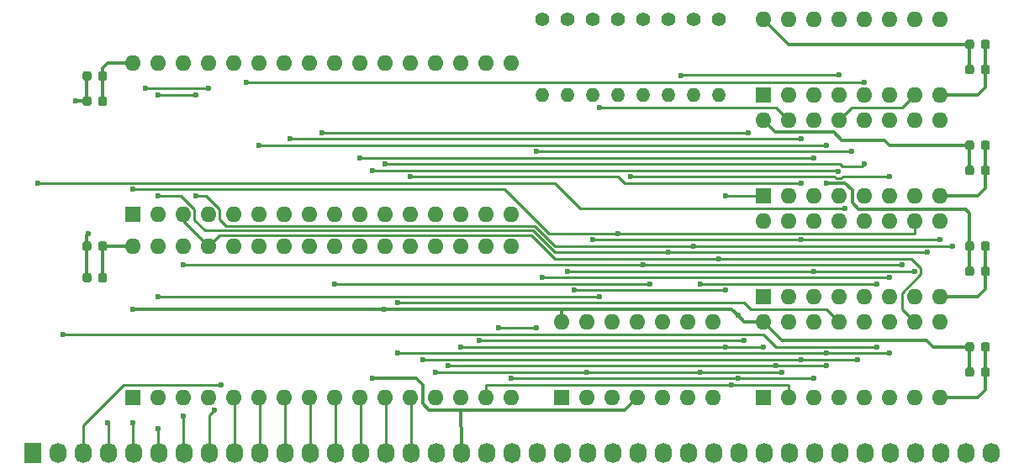
<source format=gtl>
G04 #@! TF.GenerationSoftware,KiCad,Pcbnew,(5.1.6)-1*
G04 #@! TF.CreationDate,2021-02-24T01:51:28-05:00*
G04 #@! TF.ProjectId,512x512,35313278-3531-4322-9e6b-696361645f70,rev?*
G04 #@! TF.SameCoordinates,Original*
G04 #@! TF.FileFunction,Copper,L1,Top*
G04 #@! TF.FilePolarity,Positive*
%FSLAX46Y46*%
G04 Gerber Fmt 4.6, Leading zero omitted, Abs format (unit mm)*
G04 Created by KiCad (PCBNEW (5.1.6)-1) date 2021-02-24 01:51:28*
%MOMM*%
%LPD*%
G01*
G04 APERTURE LIST*
G04 #@! TA.AperFunction,ComponentPad*
%ADD10O,1.600000X1.600000*%
G04 #@! TD*
G04 #@! TA.AperFunction,ComponentPad*
%ADD11R,1.600000X1.600000*%
G04 #@! TD*
G04 #@! TA.AperFunction,ComponentPad*
%ADD12R,1.727200X2.032000*%
G04 #@! TD*
G04 #@! TA.AperFunction,ComponentPad*
%ADD13O,1.727200X2.032000*%
G04 #@! TD*
G04 #@! TA.AperFunction,ComponentPad*
%ADD14O,1.400000X1.400000*%
G04 #@! TD*
G04 #@! TA.AperFunction,ComponentPad*
%ADD15C,1.400000*%
G04 #@! TD*
G04 #@! TA.AperFunction,ViaPad*
%ADD16C,0.600000*%
G04 #@! TD*
G04 #@! TA.AperFunction,Conductor*
%ADD17C,0.350000*%
G04 #@! TD*
G04 #@! TA.AperFunction,Conductor*
%ADD18C,0.250000*%
G04 #@! TD*
G04 APERTURE END LIST*
D10*
X229235000Y-107950000D03*
X247015000Y-115570000D03*
X231775000Y-107950000D03*
X244475000Y-115570000D03*
X234315000Y-107950000D03*
X241935000Y-115570000D03*
X236855000Y-107950000D03*
X239395000Y-115570000D03*
X239395000Y-107950000D03*
X236855000Y-115570000D03*
X241935000Y-107950000D03*
X234315000Y-115570000D03*
X244475000Y-107950000D03*
X231775000Y-115570000D03*
X247015000Y-107950000D03*
D11*
X229235000Y-115570000D03*
X229235000Y-125730000D03*
D10*
X247015000Y-118110000D03*
X231775000Y-125730000D03*
X244475000Y-118110000D03*
X234315000Y-125730000D03*
X241935000Y-118110000D03*
X236855000Y-125730000D03*
X239395000Y-118110000D03*
X239395000Y-125730000D03*
X236855000Y-118110000D03*
X241935000Y-125730000D03*
X234315000Y-118110000D03*
X244475000Y-125730000D03*
X231775000Y-118110000D03*
X247015000Y-125730000D03*
X229235000Y-118110000D03*
D11*
X229235000Y-135890000D03*
D10*
X247015000Y-128270000D03*
X231775000Y-135890000D03*
X244475000Y-128270000D03*
X234315000Y-135890000D03*
X241935000Y-128270000D03*
X236855000Y-135890000D03*
X239395000Y-128270000D03*
X239395000Y-135890000D03*
X236855000Y-128270000D03*
X241935000Y-135890000D03*
X234315000Y-128270000D03*
X244475000Y-135890000D03*
X231775000Y-128270000D03*
X247015000Y-135890000D03*
X229235000Y-128270000D03*
D12*
X155702000Y-151612600D03*
D13*
X158242000Y-151612600D03*
X160782000Y-151612600D03*
X163322000Y-151612600D03*
X165862000Y-151612600D03*
X168402000Y-151612600D03*
X170942000Y-151612600D03*
X173482000Y-151612600D03*
X176022000Y-151612600D03*
X178562000Y-151612600D03*
X181102000Y-151612600D03*
X183642000Y-151612600D03*
X186182000Y-151612600D03*
X188722000Y-151612600D03*
X191262000Y-151612600D03*
X193802000Y-151612600D03*
X196342000Y-151612600D03*
X198882000Y-151612600D03*
X201422000Y-151612600D03*
X203962000Y-151612600D03*
X206502000Y-151612600D03*
X209042000Y-151612600D03*
X211582000Y-151612600D03*
X214122000Y-151612600D03*
X216662000Y-151612600D03*
X219202000Y-151612600D03*
X221742000Y-151612600D03*
X224282000Y-151612600D03*
X226822000Y-151612600D03*
X229362000Y-151612600D03*
X231902000Y-151612600D03*
X234442000Y-151612600D03*
X236982000Y-151612600D03*
X239522000Y-151612600D03*
X242062000Y-151612600D03*
X244602000Y-151612600D03*
X247142000Y-151612600D03*
X249682000Y-151612600D03*
X252222000Y-151612600D03*
D14*
X224790000Y-115570000D03*
D15*
X224790000Y-107950000D03*
X222250000Y-107950000D03*
D14*
X222250000Y-115570000D03*
X219710000Y-115570000D03*
D15*
X219710000Y-107950000D03*
X217170000Y-107950000D03*
D14*
X217170000Y-115570000D03*
X214630000Y-115570000D03*
D15*
X214630000Y-107950000D03*
X212090000Y-107950000D03*
D14*
X212090000Y-115570000D03*
X209550000Y-115570000D03*
D15*
X209550000Y-107950000D03*
X207010000Y-107950000D03*
D14*
X207010000Y-115570000D03*
D11*
X165735000Y-146050000D03*
D10*
X203835000Y-130810000D03*
X168275000Y-146050000D03*
X201295000Y-130810000D03*
X170815000Y-146050000D03*
X198755000Y-130810000D03*
X173355000Y-146050000D03*
X196215000Y-130810000D03*
X175895000Y-146050000D03*
X193675000Y-130810000D03*
X178435000Y-146050000D03*
X191135000Y-130810000D03*
X180975000Y-146050000D03*
X188595000Y-130810000D03*
X183515000Y-146050000D03*
X186055000Y-130810000D03*
X186055000Y-146050000D03*
X183515000Y-130810000D03*
X188595000Y-146050000D03*
X180975000Y-130810000D03*
X191135000Y-146050000D03*
X178435000Y-130810000D03*
X193675000Y-146050000D03*
X175895000Y-130810000D03*
X196215000Y-146050000D03*
X173355000Y-130810000D03*
X198755000Y-146050000D03*
X170815000Y-130810000D03*
X201295000Y-146050000D03*
X168275000Y-130810000D03*
X203835000Y-146050000D03*
X165735000Y-130810000D03*
X165735000Y-112395000D03*
X203835000Y-127635000D03*
X168275000Y-112395000D03*
X201295000Y-127635000D03*
X170815000Y-112395000D03*
X198755000Y-127635000D03*
X173355000Y-112395000D03*
X196215000Y-127635000D03*
X175895000Y-112395000D03*
X193675000Y-127635000D03*
X178435000Y-112395000D03*
X191135000Y-127635000D03*
X180975000Y-112395000D03*
X188595000Y-127635000D03*
X183515000Y-112395000D03*
X186055000Y-127635000D03*
X186055000Y-112395000D03*
X183515000Y-127635000D03*
X188595000Y-112395000D03*
X180975000Y-127635000D03*
X191135000Y-112395000D03*
X178435000Y-127635000D03*
X193675000Y-112395000D03*
X175895000Y-127635000D03*
X196215000Y-112395000D03*
X173355000Y-127635000D03*
X198755000Y-112395000D03*
X170815000Y-127635000D03*
X201295000Y-112395000D03*
X168275000Y-127635000D03*
X203835000Y-112395000D03*
D11*
X165735000Y-127635000D03*
D10*
X229235000Y-138430000D03*
X247015000Y-146050000D03*
X231775000Y-138430000D03*
X244475000Y-146050000D03*
X234315000Y-138430000D03*
X241935000Y-146050000D03*
X236855000Y-138430000D03*
X239395000Y-146050000D03*
X239395000Y-138430000D03*
X236855000Y-146050000D03*
X241935000Y-138430000D03*
X234315000Y-146050000D03*
X244475000Y-138430000D03*
X231775000Y-146050000D03*
X247015000Y-138430000D03*
D11*
X229235000Y-146050000D03*
X208915000Y-146050000D03*
D10*
X224155000Y-138430000D03*
X211455000Y-146050000D03*
X221615000Y-138430000D03*
X213995000Y-146050000D03*
X219075000Y-138430000D03*
X216535000Y-146050000D03*
X216535000Y-138430000D03*
X219075000Y-146050000D03*
X213995000Y-138430000D03*
X221615000Y-146050000D03*
X211455000Y-138430000D03*
X224155000Y-146050000D03*
X208915000Y-138430000D03*
G04 #@! TA.AperFunction,SMDPad,CuDef*
G36*
G01*
X161575000Y-130553750D02*
X161575000Y-131066250D01*
G75*
G02*
X161356250Y-131285000I-218750J0D01*
G01*
X160918750Y-131285000D01*
G75*
G02*
X160700000Y-131066250I0J218750D01*
G01*
X160700000Y-130553750D01*
G75*
G02*
X160918750Y-130335000I218750J0D01*
G01*
X161356250Y-130335000D01*
G75*
G02*
X161575000Y-130553750I0J-218750D01*
G01*
G37*
G04 #@! TD.AperFunction*
G04 #@! TA.AperFunction,SMDPad,CuDef*
G36*
G01*
X163150000Y-130553750D02*
X163150000Y-131066250D01*
G75*
G02*
X162931250Y-131285000I-218750J0D01*
G01*
X162493750Y-131285000D01*
G75*
G02*
X162275000Y-131066250I0J218750D01*
G01*
X162275000Y-130553750D01*
G75*
G02*
X162493750Y-130335000I218750J0D01*
G01*
X162931250Y-130335000D01*
G75*
G02*
X163150000Y-130553750I0J-218750D01*
G01*
G37*
G04 #@! TD.AperFunction*
G04 #@! TA.AperFunction,SMDPad,CuDef*
G36*
G01*
X163150000Y-133728750D02*
X163150000Y-134241250D01*
G75*
G02*
X162931250Y-134460000I-218750J0D01*
G01*
X162493750Y-134460000D01*
G75*
G02*
X162275000Y-134241250I0J218750D01*
G01*
X162275000Y-133728750D01*
G75*
G02*
X162493750Y-133510000I218750J0D01*
G01*
X162931250Y-133510000D01*
G75*
G02*
X163150000Y-133728750I0J-218750D01*
G01*
G37*
G04 #@! TD.AperFunction*
G04 #@! TA.AperFunction,SMDPad,CuDef*
G36*
G01*
X161575000Y-133728750D02*
X161575000Y-134241250D01*
G75*
G02*
X161356250Y-134460000I-218750J0D01*
G01*
X160918750Y-134460000D01*
G75*
G02*
X160700000Y-134241250I0J218750D01*
G01*
X160700000Y-133728750D01*
G75*
G02*
X160918750Y-133510000I218750J0D01*
G01*
X161356250Y-133510000D01*
G75*
G02*
X161575000Y-133728750I0J-218750D01*
G01*
G37*
G04 #@! TD.AperFunction*
G04 #@! TA.AperFunction,SMDPad,CuDef*
G36*
G01*
X161575000Y-113408750D02*
X161575000Y-113921250D01*
G75*
G02*
X161356250Y-114140000I-218750J0D01*
G01*
X160918750Y-114140000D01*
G75*
G02*
X160700000Y-113921250I0J218750D01*
G01*
X160700000Y-113408750D01*
G75*
G02*
X160918750Y-113190000I218750J0D01*
G01*
X161356250Y-113190000D01*
G75*
G02*
X161575000Y-113408750I0J-218750D01*
G01*
G37*
G04 #@! TD.AperFunction*
G04 #@! TA.AperFunction,SMDPad,CuDef*
G36*
G01*
X163150000Y-113408750D02*
X163150000Y-113921250D01*
G75*
G02*
X162931250Y-114140000I-218750J0D01*
G01*
X162493750Y-114140000D01*
G75*
G02*
X162275000Y-113921250I0J218750D01*
G01*
X162275000Y-113408750D01*
G75*
G02*
X162493750Y-113190000I218750J0D01*
G01*
X162931250Y-113190000D01*
G75*
G02*
X163150000Y-113408750I0J-218750D01*
G01*
G37*
G04 #@! TD.AperFunction*
G04 #@! TA.AperFunction,SMDPad,CuDef*
G36*
G01*
X163150000Y-115948750D02*
X163150000Y-116461250D01*
G75*
G02*
X162931250Y-116680000I-218750J0D01*
G01*
X162493750Y-116680000D01*
G75*
G02*
X162275000Y-116461250I0J218750D01*
G01*
X162275000Y-115948750D01*
G75*
G02*
X162493750Y-115730000I218750J0D01*
G01*
X162931250Y-115730000D01*
G75*
G02*
X163150000Y-115948750I0J-218750D01*
G01*
G37*
G04 #@! TD.AperFunction*
G04 #@! TA.AperFunction,SMDPad,CuDef*
G36*
G01*
X161575000Y-115948750D02*
X161575000Y-116461250D01*
G75*
G02*
X161356250Y-116680000I-218750J0D01*
G01*
X160918750Y-116680000D01*
G75*
G02*
X160700000Y-116461250I0J218750D01*
G01*
X160700000Y-115948750D01*
G75*
G02*
X160918750Y-115730000I218750J0D01*
G01*
X161356250Y-115730000D01*
G75*
G02*
X161575000Y-115948750I0J-218750D01*
G01*
G37*
G04 #@! TD.AperFunction*
G04 #@! TA.AperFunction,SMDPad,CuDef*
G36*
G01*
X251175000Y-141226250D02*
X251175000Y-140713750D01*
G75*
G02*
X251393750Y-140495000I218750J0D01*
G01*
X251831250Y-140495000D01*
G75*
G02*
X252050000Y-140713750I0J-218750D01*
G01*
X252050000Y-141226250D01*
G75*
G02*
X251831250Y-141445000I-218750J0D01*
G01*
X251393750Y-141445000D01*
G75*
G02*
X251175000Y-141226250I0J218750D01*
G01*
G37*
G04 #@! TD.AperFunction*
G04 #@! TA.AperFunction,SMDPad,CuDef*
G36*
G01*
X249600000Y-141226250D02*
X249600000Y-140713750D01*
G75*
G02*
X249818750Y-140495000I218750J0D01*
G01*
X250256250Y-140495000D01*
G75*
G02*
X250475000Y-140713750I0J-218750D01*
G01*
X250475000Y-141226250D01*
G75*
G02*
X250256250Y-141445000I-218750J0D01*
G01*
X249818750Y-141445000D01*
G75*
G02*
X249600000Y-141226250I0J218750D01*
G01*
G37*
G04 #@! TD.AperFunction*
G04 #@! TA.AperFunction,SMDPad,CuDef*
G36*
G01*
X249600000Y-143766250D02*
X249600000Y-143253750D01*
G75*
G02*
X249818750Y-143035000I218750J0D01*
G01*
X250256250Y-143035000D01*
G75*
G02*
X250475000Y-143253750I0J-218750D01*
G01*
X250475000Y-143766250D01*
G75*
G02*
X250256250Y-143985000I-218750J0D01*
G01*
X249818750Y-143985000D01*
G75*
G02*
X249600000Y-143766250I0J218750D01*
G01*
G37*
G04 #@! TD.AperFunction*
G04 #@! TA.AperFunction,SMDPad,CuDef*
G36*
G01*
X251175000Y-143766250D02*
X251175000Y-143253750D01*
G75*
G02*
X251393750Y-143035000I218750J0D01*
G01*
X251831250Y-143035000D01*
G75*
G02*
X252050000Y-143253750I0J-218750D01*
G01*
X252050000Y-143766250D01*
G75*
G02*
X251831250Y-143985000I-218750J0D01*
G01*
X251393750Y-143985000D01*
G75*
G02*
X251175000Y-143766250I0J218750D01*
G01*
G37*
G04 #@! TD.AperFunction*
G04 #@! TA.AperFunction,SMDPad,CuDef*
G36*
G01*
X251175000Y-131066250D02*
X251175000Y-130553750D01*
G75*
G02*
X251393750Y-130335000I218750J0D01*
G01*
X251831250Y-130335000D01*
G75*
G02*
X252050000Y-130553750I0J-218750D01*
G01*
X252050000Y-131066250D01*
G75*
G02*
X251831250Y-131285000I-218750J0D01*
G01*
X251393750Y-131285000D01*
G75*
G02*
X251175000Y-131066250I0J218750D01*
G01*
G37*
G04 #@! TD.AperFunction*
G04 #@! TA.AperFunction,SMDPad,CuDef*
G36*
G01*
X249600000Y-131066250D02*
X249600000Y-130553750D01*
G75*
G02*
X249818750Y-130335000I218750J0D01*
G01*
X250256250Y-130335000D01*
G75*
G02*
X250475000Y-130553750I0J-218750D01*
G01*
X250475000Y-131066250D01*
G75*
G02*
X250256250Y-131285000I-218750J0D01*
G01*
X249818750Y-131285000D01*
G75*
G02*
X249600000Y-131066250I0J218750D01*
G01*
G37*
G04 #@! TD.AperFunction*
G04 #@! TA.AperFunction,SMDPad,CuDef*
G36*
G01*
X249600000Y-133606250D02*
X249600000Y-133093750D01*
G75*
G02*
X249818750Y-132875000I218750J0D01*
G01*
X250256250Y-132875000D01*
G75*
G02*
X250475000Y-133093750I0J-218750D01*
G01*
X250475000Y-133606250D01*
G75*
G02*
X250256250Y-133825000I-218750J0D01*
G01*
X249818750Y-133825000D01*
G75*
G02*
X249600000Y-133606250I0J218750D01*
G01*
G37*
G04 #@! TD.AperFunction*
G04 #@! TA.AperFunction,SMDPad,CuDef*
G36*
G01*
X251175000Y-133606250D02*
X251175000Y-133093750D01*
G75*
G02*
X251393750Y-132875000I218750J0D01*
G01*
X251831250Y-132875000D01*
G75*
G02*
X252050000Y-133093750I0J-218750D01*
G01*
X252050000Y-133606250D01*
G75*
G02*
X251831250Y-133825000I-218750J0D01*
G01*
X251393750Y-133825000D01*
G75*
G02*
X251175000Y-133606250I0J218750D01*
G01*
G37*
G04 #@! TD.AperFunction*
G04 #@! TA.AperFunction,SMDPad,CuDef*
G36*
G01*
X251175000Y-120906250D02*
X251175000Y-120393750D01*
G75*
G02*
X251393750Y-120175000I218750J0D01*
G01*
X251831250Y-120175000D01*
G75*
G02*
X252050000Y-120393750I0J-218750D01*
G01*
X252050000Y-120906250D01*
G75*
G02*
X251831250Y-121125000I-218750J0D01*
G01*
X251393750Y-121125000D01*
G75*
G02*
X251175000Y-120906250I0J218750D01*
G01*
G37*
G04 #@! TD.AperFunction*
G04 #@! TA.AperFunction,SMDPad,CuDef*
G36*
G01*
X249600000Y-120906250D02*
X249600000Y-120393750D01*
G75*
G02*
X249818750Y-120175000I218750J0D01*
G01*
X250256250Y-120175000D01*
G75*
G02*
X250475000Y-120393750I0J-218750D01*
G01*
X250475000Y-120906250D01*
G75*
G02*
X250256250Y-121125000I-218750J0D01*
G01*
X249818750Y-121125000D01*
G75*
G02*
X249600000Y-120906250I0J218750D01*
G01*
G37*
G04 #@! TD.AperFunction*
G04 #@! TA.AperFunction,SMDPad,CuDef*
G36*
G01*
X249600000Y-123446250D02*
X249600000Y-122933750D01*
G75*
G02*
X249818750Y-122715000I218750J0D01*
G01*
X250256250Y-122715000D01*
G75*
G02*
X250475000Y-122933750I0J-218750D01*
G01*
X250475000Y-123446250D01*
G75*
G02*
X250256250Y-123665000I-218750J0D01*
G01*
X249818750Y-123665000D01*
G75*
G02*
X249600000Y-123446250I0J218750D01*
G01*
G37*
G04 #@! TD.AperFunction*
G04 #@! TA.AperFunction,SMDPad,CuDef*
G36*
G01*
X251175000Y-123446250D02*
X251175000Y-122933750D01*
G75*
G02*
X251393750Y-122715000I218750J0D01*
G01*
X251831250Y-122715000D01*
G75*
G02*
X252050000Y-122933750I0J-218750D01*
G01*
X252050000Y-123446250D01*
G75*
G02*
X251831250Y-123665000I-218750J0D01*
G01*
X251393750Y-123665000D01*
G75*
G02*
X251175000Y-123446250I0J218750D01*
G01*
G37*
G04 #@! TD.AperFunction*
G04 #@! TA.AperFunction,SMDPad,CuDef*
G36*
G01*
X251175000Y-110746250D02*
X251175000Y-110233750D01*
G75*
G02*
X251393750Y-110015000I218750J0D01*
G01*
X251831250Y-110015000D01*
G75*
G02*
X252050000Y-110233750I0J-218750D01*
G01*
X252050000Y-110746250D01*
G75*
G02*
X251831250Y-110965000I-218750J0D01*
G01*
X251393750Y-110965000D01*
G75*
G02*
X251175000Y-110746250I0J218750D01*
G01*
G37*
G04 #@! TD.AperFunction*
G04 #@! TA.AperFunction,SMDPad,CuDef*
G36*
G01*
X249600000Y-110746250D02*
X249600000Y-110233750D01*
G75*
G02*
X249818750Y-110015000I218750J0D01*
G01*
X250256250Y-110015000D01*
G75*
G02*
X250475000Y-110233750I0J-218750D01*
G01*
X250475000Y-110746250D01*
G75*
G02*
X250256250Y-110965000I-218750J0D01*
G01*
X249818750Y-110965000D01*
G75*
G02*
X249600000Y-110746250I0J218750D01*
G01*
G37*
G04 #@! TD.AperFunction*
G04 #@! TA.AperFunction,SMDPad,CuDef*
G36*
G01*
X249600000Y-113286250D02*
X249600000Y-112773750D01*
G75*
G02*
X249818750Y-112555000I218750J0D01*
G01*
X250256250Y-112555000D01*
G75*
G02*
X250475000Y-112773750I0J-218750D01*
G01*
X250475000Y-113286250D01*
G75*
G02*
X250256250Y-113505000I-218750J0D01*
G01*
X249818750Y-113505000D01*
G75*
G02*
X249600000Y-113286250I0J218750D01*
G01*
G37*
G04 #@! TD.AperFunction*
G04 #@! TA.AperFunction,SMDPad,CuDef*
G36*
G01*
X251175000Y-113286250D02*
X251175000Y-112773750D01*
G75*
G02*
X251393750Y-112555000I218750J0D01*
G01*
X251831250Y-112555000D01*
G75*
G02*
X252050000Y-112773750I0J-218750D01*
G01*
X252050000Y-113286250D01*
G75*
G02*
X251831250Y-113505000I-218750J0D01*
G01*
X251393750Y-113505000D01*
G75*
G02*
X251175000Y-113286250I0J218750D01*
G01*
G37*
G04 #@! TD.AperFunction*
D16*
X161290000Y-129540000D03*
X160020000Y-116205000D03*
X226695000Y-137795000D03*
X165735000Y-137160000D03*
X189865000Y-144145000D03*
X191094999Y-137200001D03*
X235585000Y-124460000D03*
X237490000Y-127000000D03*
X156210000Y-124460000D03*
X158750000Y-139700000D03*
X240665000Y-140970004D03*
X174625000Y-144780000D03*
X163195000Y-148590000D03*
X165735000Y-148590000D03*
X168275000Y-149225000D03*
X170815000Y-147955000D03*
X173990000Y-147320000D03*
X177165000Y-114300000D03*
X239395000Y-114300000D03*
X178435000Y-120650000D03*
X235584998Y-120650000D03*
X181610000Y-120015000D03*
X233045000Y-120015000D03*
X184785000Y-119380000D03*
X227711000Y-119380000D03*
X234315000Y-121920000D03*
X188595000Y-121920000D03*
X192405000Y-136525000D03*
X233045000Y-124460000D03*
X193675000Y-123825000D03*
X206375000Y-121285000D03*
X206375000Y-139065000D03*
X202565000Y-139065000D03*
X238125000Y-121285000D03*
X225425000Y-125730000D03*
X210185000Y-135255000D03*
X225425000Y-135255000D03*
X167005000Y-114935000D03*
X173355000Y-114935000D03*
X212725000Y-116840000D03*
X212725000Y-135890006D03*
X168274994Y-135890000D03*
X217805000Y-134620000D03*
X186055004Y-134620004D03*
X220980000Y-113665000D03*
X236864998Y-113547998D03*
X211455000Y-143510000D03*
X196215000Y-143510000D03*
X231140000Y-143510000D03*
X222885000Y-143510000D03*
X229235000Y-140970000D03*
X198755000Y-140970000D03*
X225425000Y-140970000D03*
X226060000Y-144780000D03*
X203835000Y-144145000D03*
X234315000Y-144145000D03*
X226695000Y-144145000D03*
X227330000Y-140335000D03*
X200660000Y-140335000D03*
X230505000Y-142875000D03*
X235585000Y-142875000D03*
X197485000Y-142875000D03*
X238760000Y-142240000D03*
X233045000Y-142240000D03*
X194945000Y-142240000D03*
X241935000Y-141605000D03*
X235585000Y-141605000D03*
X192405000Y-141605000D03*
X224790000Y-132080000D03*
X172085000Y-115570000D03*
X168275000Y-115570000D03*
X248285000Y-130810000D03*
X172085000Y-125730000D03*
X222250000Y-130810000D03*
X245745000Y-131445000D03*
X168275000Y-125730000D03*
X219710000Y-131445000D03*
X243205000Y-132715000D03*
X170815000Y-132715000D03*
X217170000Y-132715000D03*
X165735000Y-125095000D03*
X214630000Y-129540000D03*
X247015000Y-130175000D03*
X212090000Y-130175000D03*
X233045000Y-130175000D03*
X244475000Y-133350000D03*
X209550000Y-133350000D03*
X234315000Y-133350000D03*
X241935000Y-133985000D03*
X207010000Y-133985000D03*
X189865000Y-123190000D03*
X236823851Y-123305534D03*
X239395000Y-122555000D03*
X191135000Y-122555000D03*
X240665000Y-134620000D03*
X222885000Y-134620000D03*
X241935000Y-123825000D03*
X215900000Y-123825000D03*
D17*
X251612500Y-140970000D02*
X251612500Y-143510000D01*
X251612500Y-143510000D02*
X251612500Y-145262500D01*
X250825000Y-146050000D02*
X247015000Y-146050000D01*
X251612500Y-145262500D02*
X250825000Y-146050000D01*
X251612500Y-130810000D02*
X251612500Y-133350000D01*
X251612500Y-133350000D02*
X251612500Y-135102500D01*
X250825000Y-135890000D02*
X247015000Y-135890000D01*
X251612500Y-135102500D02*
X250825000Y-135890000D01*
X251612500Y-120650000D02*
X251612500Y-123190000D01*
X251612500Y-123190000D02*
X251612500Y-124942500D01*
X250825000Y-125730000D02*
X247015000Y-125730000D01*
X251612500Y-124942500D02*
X250825000Y-125730000D01*
X251612500Y-110490000D02*
X251612500Y-113030000D01*
X251612500Y-113030000D02*
X251612500Y-114782500D01*
X250825000Y-115570000D02*
X247015000Y-115570000D01*
X251612500Y-114782500D02*
X250825000Y-115570000D01*
X161137500Y-133985000D02*
X161137500Y-130810000D01*
X161137500Y-130810000D02*
X161137500Y-129692500D01*
X161137500Y-129692500D02*
X161290000Y-129540000D01*
X161137500Y-113665000D02*
X161137500Y-116205000D01*
X161137500Y-116205000D02*
X160020000Y-116205000D01*
X198882000Y-151612600D02*
X198882000Y-149072600D01*
X216535000Y-146050000D02*
X215265000Y-147320000D01*
X215265000Y-147320000D02*
X198755000Y-147320000D01*
X198755000Y-148945600D02*
X198882000Y-149072600D01*
X198755000Y-147320000D02*
X198755000Y-148945600D01*
X229235000Y-138430000D02*
X227330000Y-138430000D01*
X227330000Y-138430000D02*
X226695000Y-137795000D01*
X226695000Y-137795000D02*
X226060000Y-137160000D01*
X226060000Y-137160000D02*
X208915000Y-137160000D01*
X208915000Y-137160000D02*
X208915000Y-138430000D01*
X165775001Y-137200001D02*
X165735000Y-137160000D01*
X208915000Y-137160000D02*
X208874999Y-137200001D01*
X198755000Y-147320000D02*
X195580000Y-147320000D01*
X195580000Y-147320000D02*
X194945000Y-146685000D01*
X194945000Y-146685000D02*
X194945000Y-145580998D01*
X194945000Y-145580998D02*
X194945000Y-144780000D01*
X194945000Y-144780000D02*
X194310000Y-144145000D01*
X194310000Y-144145000D02*
X189865000Y-144145000D01*
X208874999Y-137200001D02*
X191094999Y-137200001D01*
X191094999Y-137200001D02*
X165775001Y-137200001D01*
X250037500Y-143510000D02*
X250037500Y-140970000D01*
X246380000Y-140970000D02*
X250037500Y-140970000D01*
X231140000Y-140335000D02*
X235585000Y-140335000D01*
X229235000Y-138430000D02*
X231140000Y-140335000D01*
X235585000Y-140335000D02*
X235624997Y-140295003D01*
X235624997Y-140295003D02*
X245705003Y-140295003D01*
X245705003Y-140295003D02*
X246380000Y-140970000D01*
X235585000Y-124460000D02*
X237490000Y-124460000D01*
X238219999Y-125189999D02*
X238219999Y-126459999D01*
X237490000Y-124460000D02*
X238219999Y-125189999D01*
X238854999Y-127094999D02*
X249649999Y-127094999D01*
X238219999Y-126459999D02*
X238854999Y-127094999D01*
X250037500Y-127482500D02*
X250037500Y-130810000D01*
X249649999Y-127094999D02*
X250037500Y-127482500D01*
X250037500Y-130810000D02*
X250037500Y-133350000D01*
X250037500Y-120650000D02*
X250037500Y-123190000D01*
X237155990Y-120149992D02*
X241434992Y-120149992D01*
X241935000Y-120650000D02*
X250037500Y-120650000D01*
X241434992Y-120149992D02*
X241935000Y-120650000D01*
X250037500Y-113030000D02*
X250037500Y-110490000D01*
X231775000Y-110490000D02*
X229235000Y-107950000D01*
X250037500Y-110490000D02*
X231775000Y-110490000D01*
X165735000Y-130810000D02*
X162712500Y-130810000D01*
X162712500Y-130810000D02*
X162712500Y-133985000D01*
X162712500Y-116205000D02*
X162712500Y-113665000D01*
X162712500Y-112877500D02*
X162712500Y-113665000D01*
X163195000Y-112395000D02*
X162712500Y-112877500D01*
X165735000Y-112395000D02*
X163195000Y-112395000D01*
X230464999Y-119339999D02*
X229235000Y-118110000D01*
X236345997Y-119339999D02*
X230464999Y-119339999D01*
X237155990Y-120149992D02*
X236345997Y-119339999D01*
D18*
X237490000Y-127000000D02*
X210820000Y-127000000D01*
X210820000Y-127000000D02*
X208280000Y-124460000D01*
X208280000Y-124460000D02*
X156210000Y-124460000D01*
X230505004Y-140970004D02*
X240665000Y-140970004D01*
X158750000Y-139700000D02*
X229235000Y-139700000D01*
X229235000Y-139700000D02*
X230505004Y-140970004D01*
X160782000Y-149733000D02*
X160782000Y-151612600D01*
X164819998Y-144780000D02*
X174625000Y-144780000D01*
X160782000Y-148817998D02*
X160782000Y-151612600D01*
X164819998Y-144780000D02*
X160782000Y-148817998D01*
X163322000Y-148717000D02*
X163322000Y-151612600D01*
X163195000Y-148590000D02*
X163322000Y-148717000D01*
X165862000Y-151612600D02*
X165735000Y-151485600D01*
X165735000Y-151485600D02*
X165735000Y-148590000D01*
X168275000Y-151485600D02*
X168275000Y-149225000D01*
X168402000Y-151612600D02*
X168275000Y-151485600D01*
X170815000Y-151485600D02*
X170815000Y-147955000D01*
X170942000Y-151612600D02*
X170815000Y-151485600D01*
X173355000Y-151485600D02*
X173482000Y-151612600D01*
X173482000Y-147828000D02*
X173990000Y-147320000D01*
X173482000Y-151612600D02*
X173482000Y-147828000D01*
X176022000Y-146177000D02*
X175895000Y-146050000D01*
X176022000Y-151612600D02*
X176022000Y-146177000D01*
X177165000Y-114300000D02*
X239395000Y-114300000D01*
X178562000Y-146177000D02*
X178435000Y-146050000D01*
X178562000Y-151612600D02*
X178562000Y-146177000D01*
X178435000Y-120650000D02*
X235584998Y-120650000D01*
X181102000Y-146177000D02*
X180975000Y-146050000D01*
X181102000Y-151612600D02*
X181102000Y-146177000D01*
X233045000Y-120015000D02*
X181610000Y-120015000D01*
X183642000Y-146177000D02*
X183515000Y-146050000D01*
X183642000Y-151612600D02*
X183642000Y-146177000D01*
X227711000Y-119380000D02*
X184785000Y-119380000D01*
X186182000Y-146177000D02*
X186055000Y-146050000D01*
X186182000Y-151612600D02*
X186182000Y-146177000D01*
X188722000Y-146177000D02*
X188595000Y-146050000D01*
X188722000Y-151612600D02*
X188722000Y-146177000D01*
X234315000Y-121920000D02*
X188595000Y-121920000D01*
X191262000Y-146177000D02*
X191135000Y-146050000D01*
X191262000Y-151612600D02*
X191262000Y-146177000D01*
X227965000Y-137160000D02*
X235585000Y-137160000D01*
X192405000Y-136525000D02*
X227330000Y-136525000D01*
X235585000Y-137160000D02*
X236855000Y-138430000D01*
X227330000Y-136525000D02*
X227965000Y-137160000D01*
X193802000Y-146177000D02*
X193675000Y-146050000D01*
X193802000Y-151612600D02*
X193802000Y-146177000D01*
X193675000Y-123825000D02*
X214630000Y-123825000D01*
X215265000Y-124460000D02*
X233045000Y-124460000D01*
X214630000Y-123825000D02*
X215265000Y-124460000D01*
X206375000Y-139065000D02*
X202565000Y-139065000D01*
X206375000Y-121285000D02*
X238125000Y-121285000D01*
X225425000Y-125730000D02*
X229235000Y-125730000D01*
X210185000Y-135255000D02*
X225425000Y-135255000D01*
X167005000Y-114935000D02*
X173355000Y-114935000D01*
X212725000Y-135890006D02*
X212724994Y-135890000D01*
X212724994Y-135890000D02*
X168274994Y-135890000D01*
X230505000Y-116840000D02*
X231775000Y-118110000D01*
X212725000Y-116840000D02*
X230505000Y-116840000D01*
X186055008Y-134620000D02*
X186055004Y-134620004D01*
X217805000Y-134620000D02*
X186055008Y-134620000D01*
X221097002Y-113547998D02*
X220980000Y-113665000D01*
X236864998Y-113547998D02*
X221097002Y-113547998D01*
X211455000Y-143510000D02*
X196215000Y-143510000D01*
X211455000Y-143510000D02*
X222885000Y-143510000D01*
X222885000Y-143510000D02*
X231140000Y-143510000D01*
X229235000Y-140970000D02*
X225425000Y-140970000D01*
X225425000Y-140970000D02*
X198755000Y-140970000D01*
X231775000Y-146050000D02*
X231775000Y-144780000D01*
X231775000Y-144780000D02*
X201295000Y-144780000D01*
X201295000Y-144780000D02*
X201295000Y-146050000D01*
X234315000Y-144145000D02*
X226695000Y-144145000D01*
X226695000Y-144145000D02*
X203835000Y-144145000D01*
X227330000Y-140335000D02*
X200660000Y-140335000D01*
X230505000Y-142875000D02*
X235585000Y-142875000D01*
X230505000Y-142875000D02*
X197485000Y-142875000D01*
X238760000Y-142240000D02*
X233045000Y-142240000D01*
X233045000Y-142240000D02*
X194945000Y-142240000D01*
X241935000Y-141605000D02*
X235585000Y-141605000D01*
X235585000Y-141605000D02*
X192405000Y-141605000D01*
X170815000Y-128270000D02*
X173355000Y-130810000D01*
X170815000Y-127635000D02*
X170815000Y-128270000D01*
X244475000Y-138430000D02*
X243205000Y-137160000D01*
X245100001Y-133650001D02*
X245100001Y-133049999D01*
X245100001Y-133049999D02*
X244130002Y-132080000D01*
X243205000Y-137160000D02*
X243205000Y-135545002D01*
X243205000Y-135545002D02*
X245100001Y-133650001D01*
X244130002Y-132080000D02*
X208280000Y-132080000D01*
X174480001Y-129684999D02*
X173355000Y-130810000D01*
X205884999Y-129684999D02*
X174480001Y-129684999D01*
X208280000Y-132080000D02*
X205884999Y-129684999D01*
X172085000Y-115570000D02*
X168275000Y-115570000D01*
X173115002Y-125730000D02*
X172085000Y-125730000D01*
X174480001Y-127094999D02*
X173115002Y-125730000D01*
X175139979Y-128784979D02*
X174480001Y-128125001D01*
X206257799Y-128784979D02*
X175139979Y-128784979D01*
X174480001Y-128125001D02*
X174480001Y-127094999D01*
X208282820Y-130810000D02*
X206257799Y-128784979D01*
X248285000Y-130810000D02*
X222250000Y-130810000D01*
X222250000Y-130810000D02*
X208282820Y-130810000D01*
X171940001Y-127094999D02*
X170575002Y-125730000D01*
X170575002Y-125730000D02*
X168275000Y-125730000D01*
X208281410Y-131445000D02*
X206071399Y-129234989D01*
X245745000Y-131445000D02*
X208281410Y-131445000D01*
X171940001Y-128175001D02*
X171940001Y-127094999D01*
X206071399Y-129234989D02*
X172999989Y-129234989D01*
X172999989Y-129234989D02*
X171940001Y-128175001D01*
X243205000Y-132715000D02*
X217170000Y-132715000D01*
X217170000Y-132715000D02*
X170815000Y-132715000D01*
X244475000Y-128270000D02*
X244475000Y-129540000D01*
X203204230Y-125095000D02*
X165735000Y-125095000D01*
X244475000Y-129540000D02*
X207649230Y-129540000D01*
X207649230Y-129540000D02*
X203204230Y-125095000D01*
X247015000Y-130175000D02*
X235585000Y-130175000D01*
X235585000Y-130175000D02*
X233045000Y-130175000D01*
X233045000Y-130175000D02*
X212090000Y-130175000D01*
X231775000Y-133350000D02*
X209550000Y-133350000D01*
X244475000Y-133350000D02*
X234315000Y-133350000D01*
X234315000Y-133350000D02*
X231775000Y-133350000D01*
X241935000Y-133985000D02*
X207010000Y-133985000D01*
X189865000Y-123190000D02*
X236708317Y-123190000D01*
X236708317Y-123190000D02*
X236823851Y-123305534D01*
X239395000Y-122555000D02*
X239150998Y-122799002D01*
X236945996Y-122555000D02*
X191135000Y-122555000D01*
X237189998Y-122799002D02*
X236945996Y-122555000D01*
X239150998Y-122799002D02*
X237189998Y-122799002D01*
X240665000Y-134620000D02*
X222885000Y-134620000D01*
X236418313Y-123825000D02*
X215900000Y-123825000D01*
X236523849Y-123930536D02*
X236418313Y-123825000D01*
X237123853Y-123930536D02*
X236523849Y-123930536D01*
X241935000Y-123825000D02*
X237229389Y-123825000D01*
X237229389Y-123825000D02*
X237123853Y-123930536D01*
X243205000Y-116840000D02*
X244475000Y-115570000D01*
X236855000Y-118110000D02*
X238125000Y-116840000D01*
X238125000Y-116840000D02*
X243205000Y-116840000D01*
M02*

</source>
